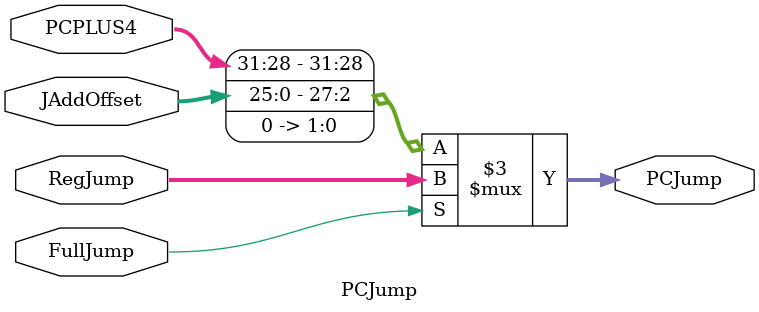
<source format=v>
module PCJump(PCPLUS4,JAddOffset,RegJump,FullJump,PCJump);
    input[31:0] PCPLUS4;
    input[25:0] JAddOffset;
    input[31:0] RegJump;
    input FullJump;
    output reg[31:0] PCJump;

    always @(*)begin
        if(FullJump)
            PCJump = RegJump;
        else
            PCJump = {PCPLUS4[31:28], JAddOffset[25:0], 2'b00};
    end
endmodule
</source>
